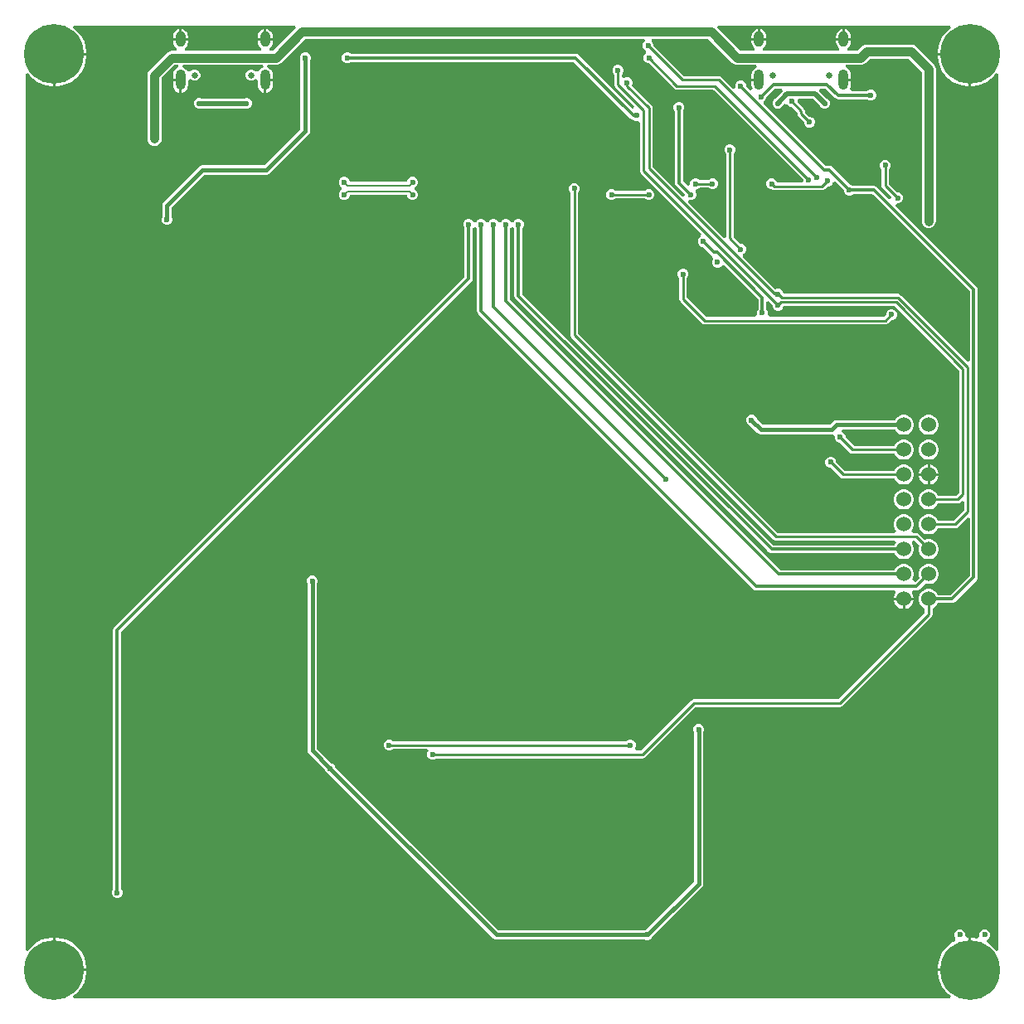
<source format=gbl>
G04*
G04 #@! TF.GenerationSoftware,Altium Limited,Altium Designer,21.9.2 (33)*
G04*
G04 Layer_Physical_Order=2*
G04 Layer_Color=16711680*
%FSLAX25Y25*%
%MOIN*%
G70*
G04*
G04 #@! TF.SameCoordinates,73920E6A-4BEC-4EA8-B9E3-355B446DA2E4*
G04*
G04*
G04 #@! TF.FilePolarity,Positive*
G04*
G01*
G75*
%ADD12C,0.00800*%
%ADD16C,0.01000*%
%ADD81C,0.00891*%
%ADD82C,0.01900*%
%ADD83C,0.01800*%
%ADD84C,0.03600*%
%ADD85C,0.01200*%
%ADD87C,0.01400*%
%ADD89C,0.06000*%
%ADD90O,0.03937X0.06299*%
%ADD91O,0.03937X0.08268*%
%ADD92C,0.24000*%
%ADD93C,0.02362*%
%ADD94C,0.02300*%
%ADD95C,0.03600*%
%ADD96C,0.02559*%
%ADD97C,0.02756*%
%ADD98C,0.03937*%
G36*
X563628Y455503D02*
X564213Y455054D01*
X564894Y454772D01*
X565625Y454676D01*
X573277D01*
X573467Y453719D01*
X572745Y453420D01*
X572125Y452944D01*
X571649Y452324D01*
X571350Y451602D01*
X571248Y450827D01*
Y449161D01*
X574242D01*
Y448162D01*
X571248D01*
Y446496D01*
X571350Y445721D01*
X571649Y444999D01*
X570855Y444394D01*
X569056Y446193D01*
Y446684D01*
X568724Y447485D01*
X568111Y448099D01*
X567309Y448431D01*
X566441D01*
X565639Y448099D01*
X565026Y447485D01*
X564694Y446684D01*
Y445816D01*
X564790Y445583D01*
X563943Y445017D01*
X559167Y449792D01*
X558689Y450112D01*
X558125Y450224D01*
X544085D01*
X531906Y462403D01*
Y462934D01*
X531573Y463735D01*
X531008Y464301D01*
X531025Y464545D01*
X531275Y465301D01*
X553830D01*
X563628Y455503D01*
D02*
G37*
G36*
X651486Y469625D02*
X650586Y468971D01*
X649139Y467524D01*
X647936Y465869D01*
X647008Y464045D01*
X646375Y462099D01*
X646055Y460078D01*
Y459555D01*
X659055D01*
Y459055D01*
X659555D01*
Y446055D01*
X660078D01*
X662099Y446375D01*
X664045Y447008D01*
X665869Y447936D01*
X667524Y449139D01*
X668971Y450586D01*
X669625Y451486D01*
X670625Y451161D01*
Y98839D01*
X669625Y98514D01*
X668971Y99414D01*
X667524Y100861D01*
X665997Y101970D01*
X665947Y102460D01*
X666071Y103083D01*
X666235Y103151D01*
X666849Y103764D01*
X667181Y104566D01*
Y105434D01*
X666849Y106236D01*
X666235Y106849D01*
X665434Y107181D01*
X664566D01*
X663764Y106849D01*
X663151Y106236D01*
X662819Y105434D01*
Y104566D01*
X662878Y104423D01*
X662131Y103615D01*
X662099Y103625D01*
X660078Y103945D01*
X659555D01*
Y90945D01*
X659055D01*
Y90445D01*
X646055D01*
Y89922D01*
X646375Y87901D01*
X647008Y85955D01*
X647936Y84131D01*
X649139Y82476D01*
X650586Y81029D01*
X651486Y80375D01*
X651161Y79375D01*
X298838D01*
X298514Y80375D01*
X299414Y81029D01*
X300861Y82476D01*
X302063Y84131D01*
X302993Y85955D01*
X303625Y87901D01*
X303945Y89922D01*
Y90445D01*
X290945D01*
Y90945D01*
X290445D01*
Y103945D01*
X289922D01*
X287901Y103625D01*
X285955Y102992D01*
X284131Y102064D01*
X282476Y100861D01*
X281029Y99414D01*
X280375Y98514D01*
X279375Y98839D01*
Y451161D01*
X280375Y451486D01*
X281029Y450586D01*
X282476Y449139D01*
X284131Y447936D01*
X285955Y447008D01*
X287901Y446375D01*
X289922Y446055D01*
X290445D01*
Y459055D01*
X290945D01*
Y459555D01*
X303945D01*
Y460078D01*
X303625Y462099D01*
X302993Y464045D01*
X302063Y465869D01*
X300861Y467524D01*
X299414Y468971D01*
X298514Y469625D01*
X298839Y470625D01*
X387717D01*
X388131Y469625D01*
X378830Y460324D01*
X377660D01*
X377418Y460862D01*
X377383Y461324D01*
X377875Y461702D01*
X378351Y462322D01*
X378650Y463044D01*
X378752Y463819D01*
Y464500D01*
X375758D01*
X372764D01*
Y463819D01*
X372866Y463044D01*
X373165Y462322D01*
X373641Y461702D01*
X374133Y461324D01*
X374098Y460862D01*
X373856Y460324D01*
X343644D01*
X343402Y460862D01*
X343367Y461324D01*
X343859Y461702D01*
X344335Y462322D01*
X344634Y463044D01*
X344736Y463819D01*
Y464500D01*
X341742D01*
X338748D01*
Y463819D01*
X338850Y463044D01*
X339149Y462322D01*
X339625Y461702D01*
X340117Y461324D01*
X340082Y460862D01*
X339840Y460324D01*
X338125D01*
X337394Y460228D01*
X336713Y459946D01*
X336128Y459497D01*
X329253Y452622D01*
X328804Y452037D01*
X328522Y451356D01*
X328426Y450625D01*
Y425000D01*
X328522Y424269D01*
X328804Y423588D01*
X329253Y423003D01*
X329838Y422554D01*
X330519Y422272D01*
X331250Y422176D01*
X331981Y422272D01*
X332662Y422554D01*
X333247Y423003D01*
X333696Y423588D01*
X333978Y424269D01*
X334074Y425000D01*
Y449455D01*
X339295Y454676D01*
X340777D01*
X340967Y453719D01*
X340245Y453420D01*
X339625Y452944D01*
X339149Y452324D01*
X338850Y451602D01*
X338748Y450827D01*
Y449161D01*
X341742D01*
Y448662D01*
X342242D01*
Y443568D01*
X342517Y443604D01*
X343239Y443903D01*
X343859Y444379D01*
X344335Y444999D01*
X344634Y445721D01*
X344736Y446496D01*
Y448628D01*
X345736Y449042D01*
X346081Y448697D01*
X346919Y448350D01*
X347826D01*
X348663Y448697D01*
X349305Y449339D01*
X349652Y450176D01*
Y451083D01*
X349305Y451921D01*
X348663Y452562D01*
X347826Y452910D01*
X346919D01*
X346081Y452562D01*
X345542Y452024D01*
X344936Y452008D01*
X344429Y452096D01*
X344335Y452324D01*
X343859Y452944D01*
X343239Y453420D01*
X342517Y453719D01*
X342707Y454676D01*
X374793D01*
X374983Y453719D01*
X374261Y453420D01*
X373641Y452944D01*
X373165Y452324D01*
X373071Y452096D01*
X372564Y452008D01*
X371958Y452024D01*
X371419Y452562D01*
X370581Y452910D01*
X369674D01*
X368837Y452562D01*
X368196Y451921D01*
X367848Y451083D01*
Y450176D01*
X368196Y449339D01*
X368837Y448697D01*
X369674Y448350D01*
X370581D01*
X371419Y448697D01*
X371764Y449042D01*
X372764Y448628D01*
Y446496D01*
X372866Y445721D01*
X373165Y444999D01*
X373641Y444379D01*
X374261Y443903D01*
X374983Y443604D01*
X375258Y443568D01*
Y448662D01*
X375758D01*
Y449161D01*
X378752D01*
Y450827D01*
X378650Y451602D01*
X378351Y452324D01*
X377875Y452944D01*
X377255Y453420D01*
X376533Y453719D01*
X376723Y454676D01*
X380000D01*
X380731Y454772D01*
X381412Y455054D01*
X381997Y455503D01*
X391795Y465301D01*
X528174D01*
X528424Y464545D01*
X528441Y464301D01*
X527875Y463735D01*
X527543Y462934D01*
Y462066D01*
X527875Y461265D01*
X528489Y460651D01*
X528892Y460484D01*
Y459402D01*
X528764Y459349D01*
X528151Y458736D01*
X527819Y457934D01*
Y457066D01*
X528151Y456264D01*
X528764Y455651D01*
X529566Y455319D01*
X530097D01*
X540208Y445208D01*
X540686Y444888D01*
X541250Y444776D01*
X555937D01*
X592057Y408656D01*
Y408126D01*
X591577Y407408D01*
X581515D01*
X581224Y408111D01*
X580611Y408724D01*
X579809Y409056D01*
X578941D01*
X578139Y408724D01*
X577526Y408111D01*
X577194Y407309D01*
Y406441D01*
X577526Y405640D01*
X578139Y405026D01*
X578941Y404694D01*
X579444D01*
X579786Y404465D01*
X580372Y404349D01*
X599628D01*
X600214Y404465D01*
X600710Y404797D01*
X601857Y405944D01*
X602309D01*
X603111Y406276D01*
X603724Y406889D01*
X603919Y407360D01*
X604824Y407661D01*
X605040Y407653D01*
X608444Y404249D01*
Y403941D01*
X608776Y403139D01*
X609389Y402526D01*
X610191Y402194D01*
X611059D01*
X611861Y402526D01*
X612078Y402744D01*
X619949D01*
X658994Y363699D01*
Y335799D01*
X658070Y335416D01*
X631194Y362292D01*
X630716Y362612D01*
X630152Y362724D01*
X584134D01*
X584056Y362801D01*
Y362934D01*
X583724Y363736D01*
X583111Y364349D01*
X582309Y364681D01*
X581441D01*
X580796Y364414D01*
X567689Y377520D01*
X567925Y378699D01*
X568111Y378776D01*
X568724Y379390D01*
X569056Y380191D01*
Y381059D01*
X568724Y381860D01*
X568111Y382474D01*
X567309Y382806D01*
X566778D01*
X563974Y385611D01*
Y419014D01*
X564349Y419389D01*
X564681Y420191D01*
Y421059D01*
X564349Y421861D01*
X563735Y422474D01*
X562934Y422806D01*
X562066D01*
X561265Y422474D01*
X560651Y421861D01*
X560319Y421059D01*
Y420191D01*
X560651Y419389D01*
X561026Y419014D01*
Y385598D01*
X560026Y385183D01*
X545642Y399568D01*
X546208Y400415D01*
X546441Y400319D01*
X547309D01*
X548110Y400651D01*
X548724Y401264D01*
X549056Y402066D01*
Y402934D01*
X548724Y403735D01*
X549180Y404694D01*
X549184D01*
X549986Y405026D01*
X550361Y405401D01*
X554014D01*
X554389Y405026D01*
X555191Y404694D01*
X556059D01*
X556860Y405026D01*
X557474Y405640D01*
X557806Y406441D01*
Y407309D01*
X557474Y408111D01*
X556860Y408724D01*
X556059Y409056D01*
X555191D01*
X554389Y408724D01*
X554014Y408349D01*
X550361D01*
X549986Y408724D01*
X549184Y409056D01*
X548316D01*
X547514Y408724D01*
X546901Y408111D01*
X546569Y407309D01*
Y406527D01*
X546342Y406336D01*
X545660Y406022D01*
X543728Y407954D01*
Y436101D01*
X543946Y436319D01*
X544277Y437120D01*
Y437988D01*
X543946Y438790D01*
X543332Y439403D01*
X542530Y439735D01*
X541663D01*
X540861Y439403D01*
X540247Y438790D01*
X539915Y437988D01*
Y437120D01*
X540247Y436319D01*
X540465Y436101D01*
Y407278D01*
X540589Y406654D01*
X540943Y406125D01*
X544375Y402693D01*
X544358Y402265D01*
X543342Y401868D01*
X531474Y413735D01*
Y437500D01*
X531362Y438064D01*
X531042Y438542D01*
X523164Y446421D01*
X523431Y447066D01*
Y447934D01*
X523099Y448736D01*
X522485Y449349D01*
X521684Y449681D01*
X520816D01*
X520014Y449349D01*
X519974Y449308D01*
X518974Y449723D01*
Y450889D01*
X519349Y451264D01*
X519681Y452066D01*
Y452934D01*
X519349Y453735D01*
X518736Y454349D01*
X517934Y454681D01*
X517066D01*
X516264Y454349D01*
X515651Y453735D01*
X515319Y452934D01*
Y452066D01*
X515651Y451264D01*
X516026Y450889D01*
Y446875D01*
X516138Y446311D01*
X516458Y445833D01*
X524149Y438141D01*
X524172Y438022D01*
X523817Y437059D01*
X523540Y437037D01*
X501851Y458726D01*
X501288Y459101D01*
X500625Y459233D01*
X410101D01*
X409985Y459349D01*
X409184Y459681D01*
X408316D01*
X407514Y459349D01*
X406901Y458736D01*
X406569Y457934D01*
Y457066D01*
X406901Y456264D01*
X407514Y455651D01*
X408316Y455319D01*
X409184D01*
X409985Y455651D01*
X410101Y455767D01*
X499907D01*
X522524Y433149D01*
X523087Y432774D01*
X523624Y432667D01*
X523765Y432526D01*
X524566Y432194D01*
X525434D01*
X526316Y431477D01*
Y412210D01*
X526429Y411646D01*
X526748Y411167D01*
X551061Y386855D01*
X550825Y385676D01*
X550639Y385599D01*
X550026Y384985D01*
X549694Y384184D01*
Y383316D01*
X550026Y382515D01*
X550639Y381901D01*
X551441Y381569D01*
X551749D01*
X555096Y378222D01*
X555626Y377868D01*
X555932Y376787D01*
X555730Y376585D01*
X555398Y375783D01*
Y374916D01*
X555730Y374114D01*
X556343Y373500D01*
X557145Y373168D01*
X558013D01*
X558814Y373500D01*
X559428Y374114D01*
X560272Y374282D01*
X573994Y360560D01*
Y356453D01*
X573776Y356236D01*
X573444Y355434D01*
Y354566D01*
X573534Y354349D01*
X572885Y353349D01*
X553111D01*
X545224Y361235D01*
Y369014D01*
X545599Y369390D01*
X545931Y370191D01*
Y371059D01*
X545599Y371861D01*
X544985Y372474D01*
X544184Y372806D01*
X543316D01*
X542515Y372474D01*
X541901Y371861D01*
X541569Y371059D01*
Y370191D01*
X541901Y369390D01*
X542276Y369014D01*
Y360625D01*
X542388Y360061D01*
X542708Y359583D01*
X551458Y350833D01*
X551936Y350513D01*
X552500Y350401D01*
X625000D01*
X625564Y350513D01*
X626042Y350833D01*
X627403Y352194D01*
X627934D01*
X628735Y352526D01*
X629349Y353139D01*
X629681Y353941D01*
Y354809D01*
X629349Y355610D01*
X628735Y356224D01*
X627934Y356556D01*
X627066D01*
X626264Y356224D01*
X625651Y355610D01*
X625319Y354809D01*
Y354278D01*
X624390Y353349D01*
X578365D01*
X577716Y354349D01*
X577806Y354566D01*
Y355434D01*
X577474Y356236D01*
X577256Y356453D01*
Y359353D01*
X578180Y359735D01*
X579694Y358222D01*
Y357691D01*
X580026Y356890D01*
X580640Y356276D01*
X581441Y355944D01*
X582309D01*
X583111Y356276D01*
X583724Y356890D01*
X584056Y357691D01*
Y357901D01*
X628764D01*
X654776Y331890D01*
Y282637D01*
X653613Y281474D01*
X646246D01*
X646227Y281544D01*
X645701Y282456D01*
X644956Y283201D01*
X644044Y283727D01*
X643027Y284000D01*
X641973D01*
X640956Y283727D01*
X640044Y283201D01*
X639299Y282456D01*
X638773Y281544D01*
X638500Y280527D01*
Y279473D01*
X638773Y278456D01*
X639299Y277544D01*
X640044Y276799D01*
X640956Y276273D01*
X641973Y276000D01*
X643027D01*
X644044Y276273D01*
X644956Y276799D01*
X645701Y277544D01*
X646227Y278456D01*
X646246Y278526D01*
X654223D01*
X654787Y278638D01*
X655266Y278958D01*
X655727Y279419D01*
X656651Y279037D01*
Y275610D01*
X652515Y271474D01*
X646246D01*
X646227Y271544D01*
X645701Y272456D01*
X644956Y273201D01*
X644044Y273727D01*
X643027Y274000D01*
X641973D01*
X640956Y273727D01*
X640044Y273201D01*
X639299Y272456D01*
X638773Y271544D01*
X638500Y270527D01*
Y269473D01*
X638773Y268456D01*
X639299Y267544D01*
X640044Y266799D01*
X640956Y266273D01*
X641973Y266000D01*
X643027D01*
X644044Y266273D01*
X644956Y266799D01*
X645701Y267544D01*
X646227Y268456D01*
X646246Y268526D01*
X653125D01*
X653689Y268638D01*
X654167Y268958D01*
X658070Y272860D01*
X658994Y272478D01*
Y249426D01*
X651199Y241631D01*
X646177D01*
X645701Y242456D01*
X644956Y243201D01*
X644044Y243727D01*
X643027Y244000D01*
X641973D01*
X640956Y243727D01*
X640044Y243201D01*
X639299Y242456D01*
X638773Y241544D01*
X638500Y240527D01*
Y239473D01*
X638773Y238456D01*
X639299Y237544D01*
X640044Y236799D01*
X640956Y236273D01*
X640971Y236269D01*
Y234384D01*
X606242Y199654D01*
X548125D01*
X547540Y199538D01*
X547044Y199206D01*
X526866Y179029D01*
X524778D01*
X524349Y180015D01*
X524681Y180816D01*
Y181684D01*
X524349Y182485D01*
X523736Y183099D01*
X522934Y183431D01*
X522066D01*
X521265Y183099D01*
X520889Y182724D01*
X427236D01*
X426861Y183099D01*
X426059Y183431D01*
X425191D01*
X424390Y183099D01*
X423776Y182485D01*
X423444Y181684D01*
Y180816D01*
X423776Y180015D01*
X424390Y179401D01*
X425191Y179069D01*
X426059D01*
X426861Y179401D01*
X427236Y179776D01*
X440902D01*
X441317Y178776D01*
X441276Y178735D01*
X440944Y177934D01*
Y177066D01*
X441276Y176265D01*
X441889Y175651D01*
X442691Y175319D01*
X443559D01*
X444360Y175651D01*
X444680Y175971D01*
X527500D01*
X528085Y176087D01*
X528581Y176419D01*
X548759Y196596D01*
X606875D01*
X607460Y196712D01*
X607956Y197044D01*
X643581Y232669D01*
X643913Y233165D01*
X644029Y233750D01*
Y236269D01*
X644044Y236273D01*
X644956Y236799D01*
X645701Y237544D01*
X646177Y238369D01*
X651875D01*
X652499Y238493D01*
X653028Y238846D01*
X661778Y247597D01*
X662132Y248126D01*
X662256Y248750D01*
Y364375D01*
X662132Y364999D01*
X661778Y365528D01*
X629147Y398160D01*
X629461Y398842D01*
X629652Y399069D01*
X630434D01*
X631236Y399401D01*
X631849Y400014D01*
X632181Y400816D01*
Y401684D01*
X631849Y402486D01*
X631236Y403099D01*
X630434Y403431D01*
X629903D01*
X626474Y406860D01*
Y412764D01*
X626849Y413139D01*
X627181Y413941D01*
Y414809D01*
X626849Y415611D01*
X626235Y416224D01*
X625434Y416556D01*
X624566D01*
X623765Y416224D01*
X623151Y415611D01*
X622819Y414809D01*
Y413941D01*
X623151Y413139D01*
X623526Y412764D01*
Y406250D01*
X623638Y405686D01*
X623958Y405208D01*
X627420Y401745D01*
X627477Y401401D01*
X627448Y401274D01*
X626347Y400960D01*
X621778Y405528D01*
X621249Y405882D01*
X620625Y406006D01*
X612078D01*
X611861Y406224D01*
X611059Y406556D01*
X610751D01*
X603653Y413654D01*
X603124Y414007D01*
X602500Y414131D01*
X601118D01*
X576067Y439182D01*
X576235Y440026D01*
X576849Y440639D01*
X577181Y441441D01*
Y441749D01*
X580676Y445244D01*
X583535D01*
X583942Y444244D01*
X580974Y441276D01*
X580583Y441114D01*
X579979Y440509D01*
X579651Y439719D01*
Y438864D01*
X579979Y438073D01*
X580583Y437469D01*
X581374Y437141D01*
X582229D01*
X583019Y437469D01*
X583624Y438073D01*
X583786Y438464D01*
X584425Y439104D01*
X585605Y438869D01*
X585651Y438758D01*
X586265Y438145D01*
X587066Y437813D01*
X587603D01*
X589776Y435639D01*
Y435000D01*
X589888Y434436D01*
X590208Y433958D01*
X592319Y431847D01*
Y431316D01*
X592651Y430514D01*
X593264Y429901D01*
X594066Y429569D01*
X594934D01*
X595736Y429901D01*
X596349Y430514D01*
X596681Y431316D01*
Y432184D01*
X596349Y432985D01*
X595736Y433599D01*
X594934Y433931D01*
X594403D01*
X592724Y435610D01*
Y436250D01*
X592612Y436814D01*
X592292Y437292D01*
X589681Y439903D01*
Y440428D01*
X590155Y441137D01*
X596042D01*
X598714Y438464D01*
X598876Y438073D01*
X599481Y437469D01*
X600271Y437141D01*
X601126D01*
X601917Y437469D01*
X602522Y438073D01*
X602849Y438864D01*
Y439719D01*
X602522Y440509D01*
X601917Y441114D01*
X601526Y441276D01*
X598558Y444244D01*
X598965Y445244D01*
X600958D01*
X604856Y441347D01*
X605385Y440993D01*
X606009Y440869D01*
X617755D01*
X617972Y440651D01*
X618774Y440319D01*
X619641D01*
X620443Y440651D01*
X621057Y441264D01*
X621389Y442066D01*
Y442934D01*
X621057Y443736D01*
X620443Y444349D01*
X619641Y444681D01*
X618774D01*
X617972Y444349D01*
X617755Y444131D01*
X611446D01*
X611091Y444648D01*
X610906Y445131D01*
X611150Y445721D01*
X611252Y446496D01*
Y448162D01*
X608258D01*
Y449161D01*
X611252D01*
Y450827D01*
X611150Y451602D01*
X610851Y452324D01*
X610375Y452944D01*
X609755Y453420D01*
X609033Y453719D01*
X609223Y454676D01*
X615000D01*
X615731Y454772D01*
X616412Y455054D01*
X616997Y455503D01*
X618670Y457176D01*
X634455D01*
X639676Y451955D01*
Y391875D01*
X639772Y391144D01*
X640054Y390463D01*
X640503Y389878D01*
X641088Y389429D01*
X641769Y389147D01*
X642500Y389051D01*
X643231Y389147D01*
X643912Y389429D01*
X644497Y389878D01*
X644946Y390463D01*
X645228Y391144D01*
X645324Y391875D01*
Y453125D01*
X645228Y453856D01*
X644946Y454537D01*
X644497Y455122D01*
X637622Y461997D01*
X637037Y462446D01*
X636356Y462728D01*
X635625Y462824D01*
X617500D01*
X616769Y462728D01*
X616088Y462446D01*
X615503Y461997D01*
X613830Y460324D01*
X610160D01*
X609918Y460862D01*
X609883Y461324D01*
X610375Y461702D01*
X610851Y462322D01*
X611150Y463044D01*
X611252Y463819D01*
Y464500D01*
X608258D01*
X605264D01*
Y463819D01*
X605366Y463044D01*
X605665Y462322D01*
X606141Y461702D01*
X606633Y461324D01*
X606598Y460862D01*
X606356Y460324D01*
X576144D01*
X575902Y460862D01*
X575867Y461324D01*
X576359Y461702D01*
X576835Y462322D01*
X577134Y463044D01*
X577236Y463819D01*
Y464500D01*
X574242D01*
X571248D01*
Y463819D01*
X571350Y463044D01*
X571649Y462322D01*
X572125Y461702D01*
X572617Y461324D01*
X572582Y460862D01*
X572340Y460324D01*
X566795D01*
X557494Y469625D01*
X557908Y470625D01*
X651161D01*
X651486Y469625D01*
D02*
G37*
%LPC*%
G36*
X608758Y469109D02*
Y465500D01*
X611252D01*
Y466181D01*
X611150Y466956D01*
X610851Y467678D01*
X610375Y468298D01*
X609755Y468774D01*
X609033Y469073D01*
X608758Y469109D01*
D02*
G37*
G36*
X376258D02*
Y465500D01*
X378752D01*
Y466181D01*
X378650Y466956D01*
X378351Y467678D01*
X377875Y468298D01*
X377255Y468774D01*
X376533Y469073D01*
X376258Y469109D01*
D02*
G37*
G36*
X574742Y469109D02*
Y465500D01*
X577236D01*
Y466181D01*
X577134Y466956D01*
X576835Y467678D01*
X576359Y468298D01*
X575739Y468774D01*
X575017Y469073D01*
X574742Y469109D01*
D02*
G37*
G36*
X342242D02*
Y465500D01*
X344736D01*
Y466181D01*
X344634Y466956D01*
X344335Y467678D01*
X343859Y468298D01*
X343239Y468774D01*
X342517Y469073D01*
X342242Y469109D01*
D02*
G37*
G36*
X573742Y469109D02*
X573467Y469073D01*
X572745Y468774D01*
X572125Y468298D01*
X571649Y467678D01*
X571350Y466956D01*
X571248Y466181D01*
Y465500D01*
X573742D01*
Y469109D01*
D02*
G37*
G36*
X341242D02*
X340967Y469073D01*
X340245Y468774D01*
X339625Y468298D01*
X339149Y467678D01*
X338850Y466956D01*
X338748Y466181D01*
Y465500D01*
X341242D01*
Y469109D01*
D02*
G37*
G36*
X607758Y469109D02*
X607483Y469073D01*
X606761Y468774D01*
X606141Y468298D01*
X605665Y467678D01*
X605366Y466956D01*
X605264Y466181D01*
Y465500D01*
X607758D01*
Y469109D01*
D02*
G37*
G36*
X375258D02*
X374983Y469073D01*
X374261Y468774D01*
X373641Y468298D01*
X373165Y467678D01*
X372866Y466956D01*
X372764Y466181D01*
Y465500D01*
X375258D01*
Y469109D01*
D02*
G37*
G36*
X658555Y458555D02*
X646055D01*
Y458032D01*
X646375Y456011D01*
X647008Y454065D01*
X647936Y452242D01*
X649139Y450586D01*
X650586Y449139D01*
X652242Y447936D01*
X654065Y447008D01*
X656011Y446375D01*
X658032Y446055D01*
X658555D01*
Y458555D01*
D02*
G37*
G36*
X303945D02*
X291445D01*
Y446055D01*
X291968D01*
X293989Y446375D01*
X295935Y447008D01*
X297758Y447936D01*
X299414Y449139D01*
X300861Y450586D01*
X302063Y452242D01*
X302993Y454065D01*
X303625Y456011D01*
X303945Y458032D01*
Y458555D01*
D02*
G37*
G36*
X378752Y448162D02*
X376258D01*
Y443568D01*
X376533Y443604D01*
X377255Y443903D01*
X377875Y444379D01*
X378351Y444999D01*
X378650Y445721D01*
X378752Y446496D01*
Y448162D01*
D02*
G37*
G36*
X341242D02*
X338748D01*
Y446496D01*
X338850Y445721D01*
X339149Y444999D01*
X339625Y444379D01*
X340245Y443903D01*
X340967Y443604D01*
X341242Y443568D01*
Y448162D01*
D02*
G37*
G36*
X368626Y441441D02*
X367771D01*
X367380Y441280D01*
X350119D01*
X349729Y441441D01*
X348873D01*
X348083Y441114D01*
X347479Y440509D01*
X347151Y439719D01*
Y438864D01*
X347479Y438073D01*
X348083Y437469D01*
X348873Y437141D01*
X349729D01*
X350119Y437303D01*
X367380D01*
X367771Y437141D01*
X368626D01*
X369417Y437469D01*
X370022Y438073D01*
X370349Y438864D01*
Y439719D01*
X370022Y440509D01*
X369417Y441114D01*
X368626Y441441D01*
D02*
G37*
G36*
X435434Y409681D02*
X434566D01*
X433765Y409349D01*
X433151Y408736D01*
X432819Y407934D01*
Y407677D01*
X409681D01*
Y407934D01*
X409349Y408736D01*
X408736Y409349D01*
X407934Y409681D01*
X407066D01*
X406264Y409349D01*
X405651Y408736D01*
X405319Y407934D01*
Y407066D01*
X405651Y406264D01*
X406264Y405651D01*
X406530Y405541D01*
Y404459D01*
X406264Y404349D01*
X405651Y403735D01*
X405319Y402934D01*
Y402066D01*
X405651Y401264D01*
X406264Y400651D01*
X407066Y400319D01*
X407934D01*
X408736Y400651D01*
X409349Y401264D01*
X409681Y402066D01*
Y402323D01*
X432819D01*
Y402066D01*
X433151Y401264D01*
X433765Y400651D01*
X434566Y400319D01*
X435434D01*
X436236Y400651D01*
X436849Y401264D01*
X437181Y402066D01*
Y402934D01*
X436849Y403735D01*
X436236Y404349D01*
X435970Y404459D01*
Y405541D01*
X436236Y405651D01*
X436849Y406264D01*
X437181Y407066D01*
Y407934D01*
X436849Y408736D01*
X436236Y409349D01*
X435434Y409681D01*
D02*
G37*
G36*
X530434Y404681D02*
X529566D01*
X528764Y404349D01*
X528389Y403974D01*
X516611D01*
X516235Y404349D01*
X515434Y404681D01*
X514566D01*
X513764Y404349D01*
X513151Y403735D01*
X512819Y402934D01*
Y402066D01*
X513151Y401264D01*
X513764Y400651D01*
X514566Y400319D01*
X515434D01*
X516235Y400651D01*
X516611Y401026D01*
X528389D01*
X528764Y400651D01*
X529566Y400319D01*
X530434D01*
X531236Y400651D01*
X531849Y401264D01*
X532181Y402066D01*
Y402934D01*
X531849Y403735D01*
X531236Y404349D01*
X530434Y404681D01*
D02*
G37*
G36*
X392309Y459681D02*
X391441D01*
X390639Y459349D01*
X390026Y458736D01*
X389694Y457934D01*
Y457066D01*
X389938Y456477D01*
Y428927D01*
X375448Y414437D01*
X350625D01*
X349884Y414290D01*
X349255Y413870D01*
X334880Y399495D01*
X334460Y398866D01*
X334313Y398125D01*
Y393523D01*
X334069Y392934D01*
Y392066D01*
X334401Y391265D01*
X335015Y390651D01*
X335816Y390319D01*
X336684D01*
X337486Y390651D01*
X338099Y391265D01*
X338431Y392066D01*
Y392934D01*
X338187Y393523D01*
Y397323D01*
X351427Y410563D01*
X376250D01*
X376991Y410710D01*
X377620Y411130D01*
X393245Y426755D01*
X393665Y427384D01*
X393812Y428125D01*
Y456477D01*
X394056Y457066D01*
Y457934D01*
X393724Y458736D01*
X393110Y459349D01*
X392309Y459681D01*
D02*
G37*
G36*
X643027Y314000D02*
X641973D01*
X640956Y313727D01*
X640044Y313201D01*
X639299Y312456D01*
X638773Y311544D01*
X638500Y310527D01*
Y309473D01*
X638773Y308456D01*
X639299Y307544D01*
X640044Y306799D01*
X640956Y306273D01*
X641973Y306000D01*
X643027D01*
X644044Y306273D01*
X644956Y306799D01*
X645701Y307544D01*
X646227Y308456D01*
X646500Y309473D01*
Y310527D01*
X646227Y311544D01*
X645701Y312456D01*
X644956Y313201D01*
X644044Y313727D01*
X643027Y314000D01*
D02*
G37*
G36*
X571684Y314056D02*
X570816D01*
X570014Y313724D01*
X569401Y313110D01*
X569069Y312309D01*
Y311441D01*
X569401Y310640D01*
X570014Y310026D01*
X570603Y309782D01*
X573630Y306755D01*
X574259Y306335D01*
X575000Y306188D01*
X603494D01*
X603962Y306281D01*
X604590Y305711D01*
X604717Y305489D01*
X604694Y305434D01*
Y304566D01*
X605026Y303765D01*
X605640Y303151D01*
X606441Y302819D01*
X606893D01*
X610794Y298919D01*
X611290Y298587D01*
X611875Y298471D01*
X628769D01*
X628773Y298456D01*
X629299Y297544D01*
X630044Y296799D01*
X630956Y296273D01*
X631973Y296000D01*
X633027D01*
X634044Y296273D01*
X634956Y296799D01*
X635701Y297544D01*
X636227Y298456D01*
X636500Y299473D01*
Y300527D01*
X636227Y301544D01*
X635701Y302456D01*
X634956Y303201D01*
X634044Y303727D01*
X633027Y304000D01*
X631973D01*
X630956Y303727D01*
X630044Y303201D01*
X629299Y302456D01*
X628773Y301544D01*
X628769Y301529D01*
X612508D01*
X609056Y304982D01*
Y305434D01*
X608724Y306236D01*
X608111Y306849D01*
X607594Y307063D01*
X607793Y308063D01*
X629000D01*
X629299Y307544D01*
X630044Y306799D01*
X630956Y306273D01*
X631973Y306000D01*
X633027D01*
X634044Y306273D01*
X634956Y306799D01*
X635701Y307544D01*
X636227Y308456D01*
X636500Y309473D01*
Y310527D01*
X636227Y311544D01*
X635701Y312456D01*
X634956Y313201D01*
X634044Y313727D01*
X633027Y314000D01*
X631973D01*
X630956Y313727D01*
X630044Y313201D01*
X629299Y312456D01*
X629000Y311937D01*
X605369D01*
X604628Y311790D01*
X603999Y311370D01*
X602692Y310062D01*
X575802D01*
X573343Y312522D01*
X573099Y313110D01*
X572485Y313724D01*
X571684Y314056D01*
D02*
G37*
G36*
X643027Y304000D02*
X641973D01*
X640956Y303727D01*
X640044Y303201D01*
X639299Y302456D01*
X638773Y301544D01*
X638500Y300527D01*
Y299473D01*
X638773Y298456D01*
X639299Y297544D01*
X640044Y296799D01*
X640956Y296273D01*
X641973Y296000D01*
X643027D01*
X644044Y296273D01*
X644956Y296799D01*
X645701Y297544D01*
X646227Y298456D01*
X646500Y299473D01*
Y300527D01*
X646227Y301544D01*
X645701Y302456D01*
X644956Y303201D01*
X644044Y303727D01*
X643027Y304000D01*
D02*
G37*
G36*
Y294000D02*
X643000D01*
Y290500D01*
X646500D01*
Y290527D01*
X646227Y291544D01*
X645701Y292456D01*
X644956Y293201D01*
X644044Y293727D01*
X643027Y294000D01*
D02*
G37*
G36*
X642000D02*
X641973D01*
X640956Y293727D01*
X640044Y293201D01*
X639299Y292456D01*
X638773Y291544D01*
X638500Y290527D01*
Y290500D01*
X642000D01*
Y294000D01*
D02*
G37*
G36*
X646500Y289500D02*
X643000D01*
Y286000D01*
X643027D01*
X644044Y286273D01*
X644956Y286799D01*
X645701Y287544D01*
X646227Y288456D01*
X646500Y289473D01*
Y289500D01*
D02*
G37*
G36*
X642000D02*
X638500D01*
Y289473D01*
X638773Y288456D01*
X639299Y287544D01*
X640044Y286799D01*
X640956Y286273D01*
X641973Y286000D01*
X642000D01*
Y289500D01*
D02*
G37*
G36*
X603559Y297181D02*
X602691D01*
X601890Y296849D01*
X601276Y296235D01*
X600944Y295434D01*
Y294566D01*
X601276Y293764D01*
X601890Y293151D01*
X602691Y292819D01*
X603143D01*
X607044Y288919D01*
X607540Y288587D01*
X608125Y288471D01*
X628769D01*
X628773Y288456D01*
X629299Y287544D01*
X630044Y286799D01*
X630956Y286273D01*
X631973Y286000D01*
X633027D01*
X634044Y286273D01*
X634956Y286799D01*
X635701Y287544D01*
X636227Y288456D01*
X636500Y289473D01*
Y290527D01*
X636227Y291544D01*
X635701Y292456D01*
X634956Y293201D01*
X634044Y293727D01*
X633027Y294000D01*
X631973D01*
X630956Y293727D01*
X630044Y293201D01*
X629299Y292456D01*
X628773Y291544D01*
X628769Y291529D01*
X608758D01*
X605306Y294982D01*
Y295434D01*
X604974Y296235D01*
X604360Y296849D01*
X603559Y297181D01*
D02*
G37*
G36*
X633027Y284000D02*
X631973D01*
X630956Y283727D01*
X630044Y283201D01*
X629299Y282456D01*
X628773Y281544D01*
X628500Y280527D01*
Y279473D01*
X628773Y278456D01*
X629299Y277544D01*
X630044Y276799D01*
X630956Y276273D01*
X631973Y276000D01*
X633027D01*
X634044Y276273D01*
X634956Y276799D01*
X635701Y277544D01*
X636227Y278456D01*
X636500Y279473D01*
Y280527D01*
X636227Y281544D01*
X635701Y282456D01*
X634956Y283201D01*
X634044Y283727D01*
X633027Y284000D01*
D02*
G37*
G36*
X500434Y407181D02*
X499566D01*
X498765Y406849D01*
X498151Y406236D01*
X497819Y405434D01*
Y404566D01*
X498151Y403764D01*
X498526Y403389D01*
Y346250D01*
X498638Y345686D01*
X498958Y345208D01*
X580208Y263958D01*
X580686Y263638D01*
X581250Y263526D01*
X628955D01*
X629369Y262526D01*
X629299Y262456D01*
X628823Y261631D01*
X580051Y261631D01*
X479131Y362551D01*
Y389172D01*
X479349Y389389D01*
X479681Y390191D01*
Y391059D01*
X479349Y391861D01*
X478735Y392474D01*
X477934Y392806D01*
X477066D01*
X476264Y392474D01*
X475651Y391861D01*
X475541Y391596D01*
X474459D01*
X474349Y391861D01*
X473736Y392474D01*
X472934Y392806D01*
X472066D01*
X471265Y392474D01*
X470651Y391861D01*
X470541Y391596D01*
X469459D01*
X469349Y391861D01*
X468736Y392474D01*
X467934Y392806D01*
X467066D01*
X466264Y392474D01*
X465651Y391861D01*
X465541Y391596D01*
X464459D01*
X464349Y391861D01*
X463735Y392474D01*
X462934Y392806D01*
X462066D01*
X461265Y392474D01*
X460651Y391861D01*
X460541Y391596D01*
X459459D01*
X459349Y391861D01*
X458736Y392474D01*
X457934Y392806D01*
X457066D01*
X456264Y392474D01*
X455651Y391861D01*
X455319Y391059D01*
Y390191D01*
X455651Y389389D01*
X455869Y389172D01*
Y369426D01*
X315096Y228654D01*
X314743Y228124D01*
X314619Y227500D01*
Y123328D01*
X314401Y123110D01*
X314069Y122309D01*
Y121441D01*
X314401Y120640D01*
X315015Y120026D01*
X315816Y119694D01*
X316684D01*
X317485Y120026D01*
X318099Y120640D01*
X318431Y121441D01*
Y122309D01*
X318099Y123110D01*
X317881Y123328D01*
Y226824D01*
X458653Y367597D01*
X459007Y368126D01*
X459131Y368750D01*
Y389172D01*
X459227Y389267D01*
X460055Y389339D01*
X460383Y389315D01*
X460869Y388790D01*
Y355662D01*
X460993Y355037D01*
X461346Y354508D01*
X572008Y243847D01*
X572538Y243493D01*
X573162Y243369D01*
X628798Y243369D01*
X629148Y242731D01*
X629249Y242369D01*
X628773Y241544D01*
X628500Y240527D01*
Y240500D01*
X632500D01*
X636500D01*
Y240527D01*
X636227Y241544D01*
X635751Y242369D01*
X635852Y242731D01*
X636202Y243369D01*
X637500D01*
X638124Y243493D01*
X638654Y243847D01*
X641053Y246247D01*
X641973Y246000D01*
X643027D01*
X644044Y246273D01*
X644956Y246799D01*
X645701Y247544D01*
X646227Y248456D01*
X646500Y249473D01*
Y250527D01*
X646227Y251544D01*
X645701Y252456D01*
X644956Y253201D01*
X644044Y253727D01*
X643027Y254000D01*
X641973D01*
X640956Y253727D01*
X640044Y253201D01*
X639299Y252456D01*
X638773Y251544D01*
X638500Y250527D01*
Y249473D01*
X638747Y248553D01*
X637101Y246908D01*
X636419Y246979D01*
X635951Y247977D01*
X636227Y248456D01*
X636500Y249473D01*
Y250527D01*
X636227Y251544D01*
X635701Y252456D01*
X634956Y253201D01*
X634044Y253727D01*
X633027Y254000D01*
X631973D01*
X630956Y253727D01*
X630044Y253201D01*
X629299Y252456D01*
X628823Y251631D01*
X582980Y251631D01*
X474131Y360480D01*
Y389172D01*
X474227Y389267D01*
X475055Y389339D01*
X475383Y389315D01*
X475869Y388790D01*
Y361875D01*
X475993Y361251D01*
X476346Y360721D01*
X578221Y258846D01*
X578751Y258493D01*
X579375Y258369D01*
X579375Y258369D01*
X628823Y258369D01*
X629299Y257544D01*
X630044Y256799D01*
X630956Y256273D01*
X631973Y256000D01*
X633027D01*
X634044Y256273D01*
X634956Y256799D01*
X635701Y257544D01*
X636227Y258456D01*
X636500Y259473D01*
Y260527D01*
X636227Y261544D01*
X635703Y262453D01*
X635858Y262846D01*
X636060Y263348D01*
X636969Y263447D01*
X638809Y261607D01*
X638773Y261544D01*
X638500Y260527D01*
Y259473D01*
X638773Y258456D01*
X639299Y257544D01*
X640044Y256799D01*
X640956Y256273D01*
X641973Y256000D01*
X643027D01*
X644044Y256273D01*
X644956Y256799D01*
X645701Y257544D01*
X646227Y258456D01*
X646500Y259473D01*
Y260527D01*
X646227Y261544D01*
X645701Y262456D01*
X644956Y263201D01*
X644044Y263727D01*
X643027Y264000D01*
X641973D01*
X640956Y263727D01*
X640893Y263691D01*
X638542Y266042D01*
X638064Y266362D01*
X637500Y266474D01*
X636045D01*
X635631Y267474D01*
X635701Y267544D01*
X636227Y268456D01*
X636500Y269473D01*
Y270527D01*
X636227Y271544D01*
X635701Y272456D01*
X634956Y273201D01*
X634044Y273727D01*
X633027Y274000D01*
X631973D01*
X630956Y273727D01*
X630044Y273201D01*
X629299Y272456D01*
X628773Y271544D01*
X628500Y270527D01*
Y269473D01*
X628773Y268456D01*
X629299Y267544D01*
X629369Y267474D01*
X628955Y266474D01*
X581860D01*
X501474Y346861D01*
Y403389D01*
X501849Y403764D01*
X502181Y404566D01*
Y405434D01*
X501849Y406236D01*
X501235Y406849D01*
X500434Y407181D01*
D02*
G37*
G36*
X636500Y239500D02*
X633000D01*
Y236000D01*
X633027D01*
X634044Y236273D01*
X634956Y236799D01*
X635701Y237544D01*
X636227Y238456D01*
X636500Y239473D01*
Y239500D01*
D02*
G37*
G36*
X632000D02*
X628500D01*
Y239473D01*
X628773Y238456D01*
X629299Y237544D01*
X630044Y236799D01*
X630956Y236273D01*
X631973Y236000D01*
X632000D01*
Y239500D01*
D02*
G37*
G36*
X395121Y249369D02*
X394254D01*
X393452Y249037D01*
X392839Y248423D01*
X392506Y247621D01*
Y246754D01*
X392750Y246165D01*
Y179062D01*
X392898Y178321D01*
X393318Y177693D01*
X399782Y171228D01*
X400026Y170640D01*
X400639Y170026D01*
X401228Y169782D01*
X467380Y103630D01*
X468009Y103210D01*
X468750Y103063D01*
X528352D01*
X528941Y102819D01*
X529809D01*
X530611Y103151D01*
X531224Y103764D01*
X531468Y104353D01*
X551370Y124255D01*
X551790Y124884D01*
X551937Y125625D01*
Y186477D01*
X552181Y187066D01*
Y187934D01*
X551849Y188735D01*
X551235Y189349D01*
X550434Y189681D01*
X549566D01*
X548765Y189349D01*
X548151Y188735D01*
X547819Y187934D01*
Y187066D01*
X548063Y186477D01*
Y126427D01*
X528728Y107093D01*
X528352Y106937D01*
X469552D01*
X403968Y172522D01*
X403724Y173110D01*
X403111Y173724D01*
X402522Y173968D01*
X396625Y179865D01*
Y246165D01*
X396869Y246754D01*
Y247621D01*
X396536Y248423D01*
X395923Y249037D01*
X395121Y249369D01*
D02*
G37*
G36*
X655434Y107181D02*
X654566D01*
X653764Y106849D01*
X653151Y106236D01*
X652819Y105434D01*
Y104566D01*
X653151Y103764D01*
X653227Y103688D01*
X653034Y102467D01*
X652242Y102064D01*
X650586Y100861D01*
X649139Y99414D01*
X647936Y97758D01*
X647008Y95935D01*
X646375Y93989D01*
X646055Y91968D01*
Y91445D01*
X658555D01*
Y103945D01*
X658032D01*
X658004Y103940D01*
X657740Y104142D01*
X657181Y104823D01*
Y105434D01*
X656849Y106236D01*
X656236Y106849D01*
X655434Y107181D01*
D02*
G37*
G36*
X291968Y103945D02*
X291445D01*
Y91445D01*
X303945D01*
Y91968D01*
X303625Y93989D01*
X302993Y95935D01*
X302063Y97758D01*
X300861Y99414D01*
X299414Y100861D01*
X297758Y102064D01*
X295935Y102992D01*
X293989Y103625D01*
X291968Y103945D01*
D02*
G37*
%LPD*%
D12*
X433750Y403750D02*
X435000Y402500D01*
X433750Y406250D02*
X435000Y407500D01*
X408750Y403750D02*
X433750D01*
X407500Y402500D02*
X408750Y403750D01*
Y406250D02*
X433750D01*
X407500Y407500D02*
X408750Y406250D01*
D16*
X642500Y233750D02*
Y240000D01*
X548125Y198125D02*
X606875D01*
X642500Y233750D01*
X527500Y177500D02*
X548125Y198125D01*
X443125Y177500D02*
X527500D01*
X606875Y305000D02*
X611875Y300000D01*
X632500D01*
X608125Y290000D02*
X632500D01*
X603125Y295000D02*
X608125Y290000D01*
X579375Y406875D02*
X580372Y405878D01*
X599628D01*
X601875Y408125D01*
D81*
X625000Y406250D02*
Y414375D01*
Y406250D02*
X630000Y401250D01*
X552500Y351875D02*
X625000D01*
X627500Y354375D01*
X543750Y360625D02*
Y370625D01*
Y360625D02*
X552500Y351875D01*
X642500Y270000D02*
X653125D01*
X658125Y275000D01*
Y333277D01*
X637500Y265000D02*
X642500Y260000D01*
X581250Y265000D02*
X637500D01*
X500000Y346250D02*
X581250Y265000D01*
X500000Y346250D02*
Y405000D01*
X529724Y462500D02*
X543474Y448750D01*
X558125D01*
X597500Y409375D01*
X530000Y457500D02*
X541250Y446250D01*
X556548D02*
X594238Y408560D01*
X541250Y446250D02*
X556548D01*
X597500Y409375D02*
X597500D01*
X548750Y406875D02*
X555625D01*
X562500Y385000D02*
Y420625D01*
Y385000D02*
X566875Y380625D01*
X580361Y362764D02*
X581611D01*
X581875Y362500D01*
X530000Y413125D02*
Y437500D01*
Y413125D02*
X580361Y362764D01*
X527790Y412210D02*
Y436585D01*
Y412210D02*
X581857Y358143D01*
X581875Y362500D02*
X582273D01*
X521250Y446250D02*
Y447500D01*
Y446250D02*
X530000Y437500D01*
X517500Y446875D02*
Y452500D01*
Y446875D02*
X527790Y436585D01*
X656250Y282027D02*
Y332500D01*
X629375Y359375D02*
X656250Y332500D01*
X630152Y361250D02*
X658125Y333277D01*
X654223Y280000D02*
X656250Y282027D01*
X642500Y280000D02*
X654223D01*
X583125Y359375D02*
X629375D01*
X581875Y358125D02*
X583125Y359375D01*
X582273Y362500D02*
X583523Y361250D01*
X630152D01*
X515000Y402500D02*
X530000D01*
X425625Y181250D02*
X522500D01*
X587506Y439994D02*
X591250Y436250D01*
X587500Y439994D02*
X587506D01*
X591250Y435000D02*
X594500Y431750D01*
X591250Y435000D02*
Y436250D01*
D82*
X581801Y439291D02*
X585635Y443125D01*
X596865D01*
X600699Y439291D01*
X349301D02*
X368199D01*
D83*
X376250Y412500D02*
X391875Y428125D01*
Y457500D01*
X336250Y398125D02*
X350625Y412500D01*
X376250D01*
X336250Y392500D02*
Y398125D01*
X603494Y308125D02*
X605369Y310000D01*
X632500D01*
X575000Y308125D02*
X603494D01*
X571250Y311875D02*
X575000Y308125D01*
X529375Y105000D02*
X550000Y125625D01*
Y187500D01*
X468750Y105000D02*
X529375D01*
X401875Y171875D02*
X468750Y105000D01*
X394688Y179062D02*
X401875Y171875D01*
X394688Y179062D02*
Y247187D01*
D84*
X338125Y457500D02*
X380000D01*
X390625Y468125D02*
X555000D01*
X380000Y457500D02*
X390625Y468125D01*
X331250Y450625D02*
X338125Y457500D01*
X331250Y425000D02*
Y450625D01*
X635625Y460000D02*
X642500Y453125D01*
Y391875D02*
Y453125D01*
X617500Y460000D02*
X635625D01*
X615000Y457500D02*
X617500Y460000D01*
X565625Y457500D02*
X615000D01*
X555000Y468125D02*
X565625Y457500D01*
D85*
X467500Y357500D02*
X536875Y288125D01*
X467500Y357500D02*
Y390625D01*
X316250Y227500D02*
X457500Y368750D01*
X316250Y121875D02*
Y227500D01*
X457500Y368750D02*
Y390625D01*
X551875Y383750D02*
X556250Y379375D01*
X557486D01*
X600442Y412500D02*
X602500D01*
X610625Y404375D01*
X557486Y379375D02*
X575625Y361236D01*
X637500Y245000D02*
X642500Y250000D01*
X573162Y245000D02*
X637500Y245000D01*
X582304Y250000D02*
X632500Y250000D01*
X579375Y260000D02*
X632500Y260000D01*
X660625Y248750D02*
Y364375D01*
X610625Y404375D02*
X620625D01*
X660625Y364375D01*
X642500Y240000D02*
X651875D01*
X660625Y248750D01*
X566875Y446067D02*
Y446250D01*
Y446067D02*
X600442Y412500D01*
X575000Y441875D02*
X580000Y446875D01*
X601634D01*
X542097Y407278D02*
Y437554D01*
Y407278D02*
X546875Y402500D01*
X606009Y442500D02*
X619208D01*
X601634Y446875D02*
X606009Y442500D01*
X575625Y355000D02*
Y361236D01*
X462500Y355662D02*
Y390625D01*
X477500Y361875D02*
Y390625D01*
X472500Y359804D02*
X582304Y250000D01*
X462500Y355662D02*
X573162Y245000D01*
X477500Y361875D02*
X579375Y260000D01*
X472500Y359804D02*
Y390625D01*
D87*
X523750Y434375D02*
X525000D01*
X408750Y457500D02*
X500625D01*
X523750Y434375D01*
D89*
X642500Y240000D02*
D03*
X632500D02*
D03*
X642500Y250000D02*
D03*
X632500D02*
D03*
X642500Y260000D02*
D03*
X632500D02*
D03*
X642500Y270000D02*
D03*
X632500D02*
D03*
X642500Y280000D02*
D03*
X632500D02*
D03*
X642500Y290000D02*
D03*
X632500D02*
D03*
X642500Y300000D02*
D03*
X632500D02*
D03*
X642500Y310000D02*
D03*
X632500D02*
D03*
D90*
X608258Y465000D02*
D03*
X574242D02*
D03*
X375758D02*
D03*
X341742D02*
D03*
D91*
X574242Y448661D02*
D03*
X608258D02*
D03*
X341742D02*
D03*
X375758D02*
D03*
D92*
X290945Y459055D02*
D03*
Y90945D02*
D03*
X659055D02*
D03*
Y459055D02*
D03*
D93*
X540000Y255000D02*
D03*
X640000Y85000D02*
D03*
Y95000D02*
D03*
X420000Y115000D02*
D03*
X430000Y105000D02*
D03*
X420000D02*
D03*
Y95000D02*
D03*
X430000D02*
D03*
X440000D02*
D03*
X525000D02*
D03*
X515000D02*
D03*
X505000D02*
D03*
X495000D02*
D03*
X485000D02*
D03*
X475000D02*
D03*
X465000D02*
D03*
X455000Y105000D02*
D03*
X435000Y125000D02*
D03*
X445000Y115000D02*
D03*
X520000Y135000D02*
D03*
X510000D02*
D03*
X500000D02*
D03*
X490000D02*
D03*
X480000D02*
D03*
X470000D02*
D03*
X450000D02*
D03*
X460000D02*
D03*
Y125000D02*
D03*
X470000D02*
D03*
X480000D02*
D03*
X490000D02*
D03*
X500000D02*
D03*
X510000D02*
D03*
X520000D02*
D03*
X470000Y115000D02*
D03*
X480000D02*
D03*
X490000D02*
D03*
X500000D02*
D03*
X510000D02*
D03*
X520000D02*
D03*
X530000D02*
D03*
Y125000D02*
D03*
X665000Y105000D02*
D03*
X615000Y175000D02*
D03*
Y185000D02*
D03*
Y195000D02*
D03*
X565000Y185000D02*
D03*
X665000Y205000D02*
D03*
X655000D02*
D03*
X645000D02*
D03*
X635000D02*
D03*
X665000Y115000D02*
D03*
Y125000D02*
D03*
Y135000D02*
D03*
Y145000D02*
D03*
Y155000D02*
D03*
Y165000D02*
D03*
Y175000D02*
D03*
Y185000D02*
D03*
Y195000D02*
D03*
X655000D02*
D03*
Y185000D02*
D03*
X645000D02*
D03*
Y195000D02*
D03*
X635000D02*
D03*
Y185000D02*
D03*
Y175000D02*
D03*
X645000D02*
D03*
X655000D02*
D03*
Y165000D02*
D03*
Y155000D02*
D03*
Y145000D02*
D03*
Y135000D02*
D03*
Y125000D02*
D03*
Y115000D02*
D03*
Y105000D02*
D03*
X640000D02*
D03*
Y115000D02*
D03*
Y125000D02*
D03*
Y135000D02*
D03*
Y145000D02*
D03*
Y155000D02*
D03*
X630000D02*
D03*
Y145000D02*
D03*
Y135000D02*
D03*
Y125000D02*
D03*
Y115000D02*
D03*
Y105000D02*
D03*
Y95000D02*
D03*
Y85000D02*
D03*
X620000D02*
D03*
Y95000D02*
D03*
Y105000D02*
D03*
Y115000D02*
D03*
Y125000D02*
D03*
Y135000D02*
D03*
Y145000D02*
D03*
Y155000D02*
D03*
X610000D02*
D03*
Y145000D02*
D03*
Y135000D02*
D03*
Y125000D02*
D03*
Y115000D02*
D03*
Y105000D02*
D03*
Y95000D02*
D03*
Y85000D02*
D03*
X600000D02*
D03*
Y95000D02*
D03*
Y105000D02*
D03*
Y115000D02*
D03*
Y125000D02*
D03*
Y135000D02*
D03*
Y145000D02*
D03*
Y155000D02*
D03*
X590000D02*
D03*
Y145000D02*
D03*
Y135000D02*
D03*
Y125000D02*
D03*
Y115000D02*
D03*
Y105000D02*
D03*
Y95000D02*
D03*
Y85000D02*
D03*
X580000D02*
D03*
Y95000D02*
D03*
Y105000D02*
D03*
Y115000D02*
D03*
Y125000D02*
D03*
Y135000D02*
D03*
Y145000D02*
D03*
Y155000D02*
D03*
X560000Y125000D02*
D03*
Y135000D02*
D03*
Y145000D02*
D03*
Y155000D02*
D03*
Y165000D02*
D03*
X625000Y175000D02*
D03*
Y185000D02*
D03*
X605000Y175000D02*
D03*
X595000D02*
D03*
X585000D02*
D03*
X575000Y185000D02*
D03*
X585000D02*
D03*
X595000D02*
D03*
X605000D02*
D03*
X625000Y195000D02*
D03*
Y205000D02*
D03*
X545000D02*
D03*
X555000D02*
D03*
X565000D02*
D03*
X575000D02*
D03*
X585000D02*
D03*
X595000D02*
D03*
X605000D02*
D03*
X585000Y215000D02*
D03*
X595000D02*
D03*
X605000D02*
D03*
Y225000D02*
D03*
X585000Y235000D02*
D03*
X595000D02*
D03*
X605000D02*
D03*
X585000Y255000D02*
D03*
X595000D02*
D03*
X605000D02*
D03*
X635000Y215000D02*
D03*
X645000D02*
D03*
X655000D02*
D03*
X665000D02*
D03*
Y225000D02*
D03*
Y235000D02*
D03*
Y245000D02*
D03*
Y255000D02*
D03*
Y265000D02*
D03*
Y275000D02*
D03*
Y285000D02*
D03*
Y295000D02*
D03*
Y305000D02*
D03*
X585000Y275000D02*
D03*
X595000D02*
D03*
X605000D02*
D03*
Y285000D02*
D03*
X595000D02*
D03*
X585000D02*
D03*
Y295000D02*
D03*
X595000D02*
D03*
Y315000D02*
D03*
Y325000D02*
D03*
Y335000D02*
D03*
X585000D02*
D03*
Y345000D02*
D03*
X595000D02*
D03*
X635000Y335000D02*
D03*
Y345000D02*
D03*
X665000Y315000D02*
D03*
Y325000D02*
D03*
Y335000D02*
D03*
Y345000D02*
D03*
Y355000D02*
D03*
X655000Y345000D02*
D03*
Y355000D02*
D03*
X665000Y365000D02*
D03*
Y375000D02*
D03*
Y385000D02*
D03*
X655000D02*
D03*
X665000Y395000D02*
D03*
X655000D02*
D03*
X665000Y405000D02*
D03*
X655000D02*
D03*
X665000Y415000D02*
D03*
X655000D02*
D03*
Y425000D02*
D03*
X665000D02*
D03*
X655000Y435000D02*
D03*
X665000D02*
D03*
X380000D02*
D03*
Y425000D02*
D03*
X410000Y445000D02*
D03*
X400000D02*
D03*
Y435000D02*
D03*
Y425000D02*
D03*
X390000Y415000D02*
D03*
X400000D02*
D03*
X390000Y395000D02*
D03*
X400000D02*
D03*
X390000Y385000D02*
D03*
X400000D02*
D03*
Y375000D02*
D03*
X390000D02*
D03*
X400000Y340000D02*
D03*
Y350000D02*
D03*
X390000Y340000D02*
D03*
Y350000D02*
D03*
X380000Y340000D02*
D03*
Y350000D02*
D03*
X370000D02*
D03*
Y340000D02*
D03*
X360000Y350000D02*
D03*
Y340000D02*
D03*
X400000Y330000D02*
D03*
X390000D02*
D03*
X380000D02*
D03*
X370000D02*
D03*
X360000D02*
D03*
Y320000D02*
D03*
X370000D02*
D03*
X380000D02*
D03*
X390000D02*
D03*
X400000D02*
D03*
X390000Y310000D02*
D03*
X380000Y300000D02*
D03*
Y310000D02*
D03*
X370000D02*
D03*
X360000D02*
D03*
X370000Y300000D02*
D03*
X360000D02*
D03*
X370000Y290000D02*
D03*
X360000D02*
D03*
X400000Y300000D02*
D03*
Y290000D02*
D03*
X390000D02*
D03*
X400000Y280000D02*
D03*
X390000D02*
D03*
X380000D02*
D03*
X400000Y270000D02*
D03*
Y260000D02*
D03*
X390000D02*
D03*
Y270000D02*
D03*
X380000D02*
D03*
X370000Y260000D02*
D03*
X360000D02*
D03*
X380000Y250000D02*
D03*
X370000D02*
D03*
X360000D02*
D03*
X350000D02*
D03*
X310000Y220000D02*
D03*
Y230000D02*
D03*
X320000Y240000D02*
D03*
X310000D02*
D03*
X330000Y250000D02*
D03*
X320000D02*
D03*
X310000D02*
D03*
X350000Y280000D02*
D03*
Y270000D02*
D03*
X340000Y260000D02*
D03*
X330000D02*
D03*
X320000D02*
D03*
X310000D02*
D03*
X340000Y270000D02*
D03*
X330000D02*
D03*
X320000D02*
D03*
X310000D02*
D03*
X340000Y280000D02*
D03*
X330000D02*
D03*
X320000D02*
D03*
X310000D02*
D03*
X340000Y290000D02*
D03*
X330000D02*
D03*
X320000D02*
D03*
X310000D02*
D03*
X340000Y300000D02*
D03*
X330000D02*
D03*
X320000D02*
D03*
X310000D02*
D03*
X340000Y310000D02*
D03*
X330000D02*
D03*
X320000D02*
D03*
X310000D02*
D03*
X340000Y320000D02*
D03*
X330000D02*
D03*
X320000D02*
D03*
X310000D02*
D03*
X340000Y330000D02*
D03*
X330000D02*
D03*
X320000D02*
D03*
X310000D02*
D03*
X340000Y340000D02*
D03*
X330000D02*
D03*
X320000D02*
D03*
X310000D02*
D03*
X340000Y350000D02*
D03*
X330000Y365000D02*
D03*
Y350000D02*
D03*
X320000D02*
D03*
X310000D02*
D03*
X320000Y365000D02*
D03*
Y415000D02*
D03*
X330000D02*
D03*
Y405000D02*
D03*
X310000Y365000D02*
D03*
X320000Y375000D02*
D03*
X310000D02*
D03*
X320000Y385000D02*
D03*
X310000D02*
D03*
X320000Y395000D02*
D03*
X310000D02*
D03*
X320000Y405000D02*
D03*
X310000D02*
D03*
X325000Y460000D02*
D03*
X315000D02*
D03*
Y450000D02*
D03*
Y440000D02*
D03*
X305000D02*
D03*
Y430000D02*
D03*
X295000Y420000D02*
D03*
Y430000D02*
D03*
Y440000D02*
D03*
X285000D02*
D03*
Y430000D02*
D03*
Y420000D02*
D03*
Y410000D02*
D03*
Y400000D02*
D03*
Y390000D02*
D03*
Y380000D02*
D03*
Y370000D02*
D03*
Y360000D02*
D03*
Y350000D02*
D03*
Y340000D02*
D03*
Y330000D02*
D03*
Y320000D02*
D03*
Y310000D02*
D03*
Y300000D02*
D03*
Y290000D02*
D03*
Y280000D02*
D03*
Y270000D02*
D03*
Y260000D02*
D03*
Y250000D02*
D03*
Y240000D02*
D03*
Y230000D02*
D03*
Y220000D02*
D03*
Y210000D02*
D03*
Y200000D02*
D03*
Y190000D02*
D03*
Y180000D02*
D03*
Y170000D02*
D03*
X295000D02*
D03*
Y160000D02*
D03*
X285000D02*
D03*
X365000Y115000D02*
D03*
X355000D02*
D03*
X345000D02*
D03*
X365000Y105000D02*
D03*
Y95000D02*
D03*
X355000D02*
D03*
Y105000D02*
D03*
X335000D02*
D03*
X345000D02*
D03*
Y95000D02*
D03*
X310000D02*
D03*
Y85000D02*
D03*
X536875Y288125D02*
D03*
X391875Y457500D02*
D03*
X336250Y392500D02*
D03*
X630000Y401250D02*
D03*
X627500Y354375D02*
D03*
X551875Y383750D02*
D03*
X632500Y430625D02*
D03*
X633125Y368750D02*
D03*
X581250Y311875D02*
D03*
X571250D02*
D03*
X606875Y305000D02*
D03*
X603125Y295000D02*
D03*
X500000Y405000D02*
D03*
X642500Y391875D02*
D03*
X529724Y462500D02*
D03*
X331250Y425000D02*
D03*
X610625Y404375D02*
D03*
X566875Y446250D02*
D03*
X575000Y441875D02*
D03*
X558125Y437500D02*
D03*
X606250Y419375D02*
D03*
X579375Y406875D02*
D03*
X597500Y409375D02*
D03*
X594238Y408560D02*
D03*
X601875Y408125D02*
D03*
X548750Y406875D02*
D03*
X555625D02*
D03*
X546875Y402500D02*
D03*
X562500Y420625D02*
D03*
X566875Y380625D02*
D03*
X575625Y355000D02*
D03*
X517500Y452500D02*
D03*
X521250Y447500D02*
D03*
X525000Y434375D02*
D03*
X581875Y362500D02*
D03*
Y358125D02*
D03*
X619208Y442500D02*
D03*
X542097Y437554D02*
D03*
X550000Y187500D02*
D03*
X529375Y105000D02*
D03*
X523095Y162102D02*
D03*
X497505D02*
D03*
X479788D02*
D03*
X464040D02*
D03*
X436481D02*
D03*
X401875Y171875D02*
D03*
X394688Y247187D02*
D03*
X313469Y180000D02*
D03*
X333469Y151250D02*
D03*
Y160000D02*
D03*
X325000Y141147D02*
D03*
Y206147D02*
D03*
X316250Y121875D02*
D03*
X408750Y457500D02*
D03*
X343445Y362198D02*
D03*
X373750Y371875D02*
D03*
X443125Y177500D02*
D03*
X625000Y414375D02*
D03*
X543750Y370625D02*
D03*
Y354375D02*
D03*
X425625Y181250D02*
D03*
X522500D02*
D03*
X377500Y98750D02*
D03*
X387500D02*
D03*
X397500D02*
D03*
X407500D02*
D03*
X315625Y116250D02*
D03*
X296875Y116875D02*
D03*
X403125Y219375D02*
D03*
X403125Y233750D02*
D03*
X341875Y213750D02*
D03*
X310000Y187269D02*
D03*
X300000Y140625D02*
D03*
X557579Y375349D02*
D03*
X553750Y343029D02*
D03*
X543750Y311875D02*
D03*
X341875Y171250D02*
D03*
X341875Y163750D02*
D03*
X363922Y188750D02*
D03*
X341875Y243750D02*
D03*
X331250Y371875D02*
D03*
X365000Y420625D02*
D03*
X352500Y420625D02*
D03*
X635625Y442500D02*
D03*
X581250Y414375D02*
D03*
X587500Y439994D02*
D03*
X594500Y431750D02*
D03*
X530000Y457500D02*
D03*
Y402500D02*
D03*
X407500Y407500D02*
D03*
Y402500D02*
D03*
X457500Y390625D02*
D03*
X515000Y402500D02*
D03*
X435000D02*
D03*
Y407500D02*
D03*
X472500Y390625D02*
D03*
X462500D02*
D03*
X467500D02*
D03*
X477500D02*
D03*
D94*
X578652Y440625D02*
D03*
X581801Y439291D02*
D03*
X600699D02*
D03*
X603848Y440625D02*
D03*
X371348D02*
D03*
X368199Y439291D02*
D03*
X349301D02*
D03*
X346152Y440625D02*
D03*
D95*
X562500Y362512D02*
D03*
X565500Y365500D02*
D03*
Y359500D02*
D03*
X559500D02*
D03*
Y365500D02*
D03*
D96*
X602628Y450630D02*
D03*
X579872D02*
D03*
X370128D02*
D03*
X347372D02*
D03*
D97*
X466339Y442618D02*
D03*
X471850D02*
D03*
Y437106D02*
D03*
X466339D02*
D03*
X471850Y431595D02*
D03*
X466339D02*
D03*
X463583Y439862D02*
D03*
Y434350D02*
D03*
X469095Y439862D02*
D03*
Y434350D02*
D03*
X474606Y439862D02*
D03*
Y434350D02*
D03*
D98*
X284017Y455055D02*
D03*
X290945Y451055D02*
D03*
X297873Y455055D02*
D03*
Y463055D02*
D03*
X290945Y467055D02*
D03*
X284017Y463055D02*
D03*
Y86945D02*
D03*
X290945Y82945D02*
D03*
X297873Y86945D02*
D03*
Y94945D02*
D03*
X290945Y98945D02*
D03*
X284017Y94945D02*
D03*
X652127Y86945D02*
D03*
X659055Y82945D02*
D03*
X665983Y86945D02*
D03*
Y94945D02*
D03*
X659055Y98945D02*
D03*
X652127Y94945D02*
D03*
Y455055D02*
D03*
X659055Y451055D02*
D03*
X665983Y455055D02*
D03*
Y463055D02*
D03*
X659055Y467055D02*
D03*
X652127Y463055D02*
D03*
M02*

</source>
